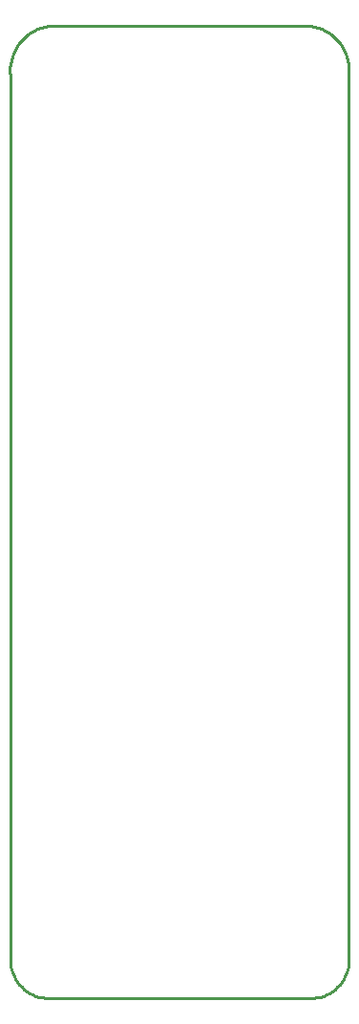
<source format=gbr>
G04 EAGLE Gerber RS-274X export*
G75*
%MOMM*%
%FSLAX34Y34*%
%LPD*%
%IN*%
%IPPOS*%
%AMOC8*
5,1,8,0,0,1.08239X$1,22.5*%
G01*
G04 Define Apertures*
%ADD10C,0.254000*%
D10*
X0Y34142D02*
X130Y31166D01*
X519Y28213D01*
X1163Y25305D01*
X2059Y22465D01*
X3199Y19713D01*
X4574Y17071D01*
X6175Y14559D01*
X7988Y12196D01*
X10000Y10000D01*
X12196Y7988D01*
X14559Y6175D01*
X17071Y4574D01*
X19713Y3199D01*
X22465Y2059D01*
X25305Y1163D01*
X28213Y519D01*
X31166Y130D01*
X34142Y0D01*
X265858Y0D01*
X268834Y130D01*
X271787Y519D01*
X274695Y1163D01*
X277535Y2059D01*
X280287Y3199D01*
X282929Y4574D01*
X285441Y6175D01*
X287804Y7988D01*
X290000Y10000D01*
X292012Y12196D01*
X293825Y14559D01*
X295426Y17071D01*
X296801Y19713D01*
X297941Y22465D01*
X298837Y25305D01*
X299481Y28213D01*
X299870Y31166D01*
X300000Y34142D01*
X300000Y815858D01*
X300287Y819288D01*
X300274Y822731D01*
X299960Y826159D01*
X299350Y829547D01*
X298446Y832869D01*
X297256Y836099D01*
X295789Y839213D01*
X294056Y842188D01*
X292071Y845000D01*
X289848Y847629D01*
X287405Y850053D01*
X284759Y852256D01*
X281932Y854220D01*
X278944Y855929D01*
X275818Y857372D01*
X272579Y858537D01*
X269250Y859415D01*
X265858Y860000D01*
X34142Y860000D01*
X30750Y859415D01*
X27421Y858537D01*
X24182Y857372D01*
X21056Y855929D01*
X18068Y854220D01*
X15241Y852256D01*
X12595Y850053D01*
X10152Y847629D01*
X7929Y845000D01*
X5944Y842188D01*
X4211Y839213D01*
X2744Y836099D01*
X1554Y832869D01*
X650Y829547D01*
X40Y826159D01*
X-274Y822731D01*
X-287Y819288D01*
X0Y815858D01*
X0Y34142D01*
M02*

</source>
